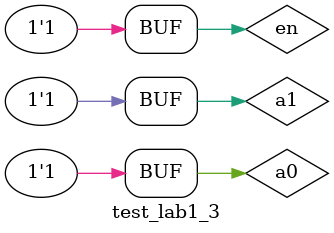
<source format=v>
`timescale 1ns / 1ps


module test_lab1_3;

	// Inputs
	reg en;
	reg a0;
	reg a1;

	// Outputs
	wire d0;
	wire d1;
	wire d2;
	wire d3;

	// Instantiate the Unit Under Test (UUT)
	lab1_3 uut (
		.en(en), 
		.a0(a0), 
		.a1(a1), 
		.d0(d0), 
		.d1(d1), 
		.d2(d2), 
		.d3(d3)
	);

	initial begin
		// Initialize Inputs
		en = 0;
		a0 = 0;
		a1 = 0;

		// Wait 100 ns for global reset to finish
		#100;
        
		// Add stimulus here
		#10 a0=0;a1=0;en=1;
		#10 a0=0;a1=1;en=0;
		#10 a0=0;a1=1;en=1;
		#10 a0=1;a1=0;en=0;
		#10 a0=1;a1=0;en=1;
		#10 a0=1;a1=1;en=0;
		#10 a0=1;a1=1;en=1;

	end
      
endmodule


</source>
